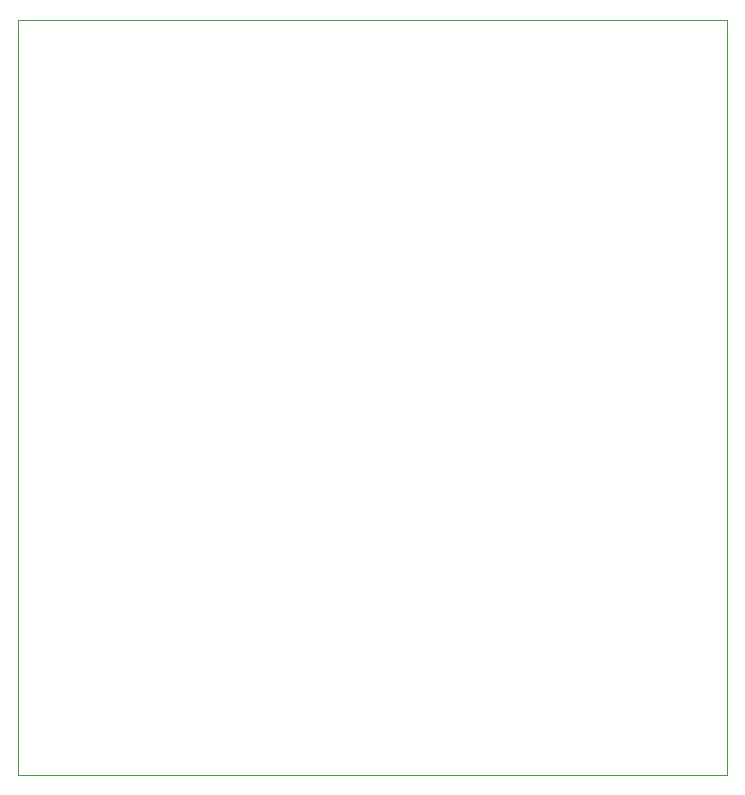
<source format=gbr>
G04 #@! TF.GenerationSoftware,KiCad,Pcbnew,(5.1.6)-1*
G04 #@! TF.CreationDate,2021-01-14T09:04:40+01:00*
G04 #@! TF.ProjectId,surface_mount_v4,73757266-6163-4655-9f6d-6f756e745f76,rev?*
G04 #@! TF.SameCoordinates,Original*
G04 #@! TF.FileFunction,Profile,NP*
%FSLAX46Y46*%
G04 Gerber Fmt 4.6, Leading zero omitted, Abs format (unit mm)*
G04 Created by KiCad (PCBNEW (5.1.6)-1) date 2021-01-14 09:04:40*
%MOMM*%
%LPD*%
G01*
G04 APERTURE LIST*
G04 #@! TA.AperFunction,Profile*
%ADD10C,0.050000*%
G04 #@! TD*
G04 #@! TA.AperFunction,Profile*
%ADD11C,0.100000*%
G04 #@! TD*
G04 APERTURE END LIST*
D10*
X170000000Y-159000000D02*
X170000000Y-95000000D01*
D11*
X110000000Y-95000000D02*
X110000000Y-159000000D01*
X170000000Y-95000000D02*
X110000000Y-95000000D01*
X110000000Y-159000000D02*
X170000000Y-159000000D01*
M02*

</source>
